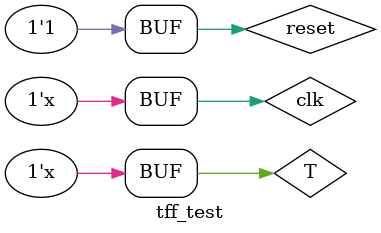
<source format=v>
`timescale 1ns / 1ps


module tff_test;

	// Inputs
	reg T;
	reg clk;
	reg reset;

	// Outputs
	wire Q;

	// Instantiate the Unit Under Test (UUT)
	tff uut (
		.Q(Q), 
		.T(T), 
		.clk(clk), 
		.reset(reset)
	);

	initial begin
		// Initialize Inputs
		T = 1;
		clk = 0;
		reset = 0;
		// Wait 100 ns for global reset to finish
		#100;  
		// Add stimulus here
	end
      always #2 reset = 1;
		always #5 clk = ~clk;
		always #10 T = ~T;
endmodule


</source>
